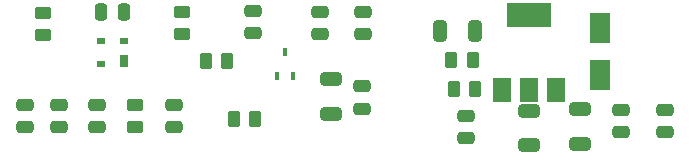
<source format=gtp>
G04 #@! TF.GenerationSoftware,KiCad,Pcbnew,(6.0.4)*
G04 #@! TF.CreationDate,2022-04-05T12:43:48+02:00*
G04 #@! TF.ProjectId,Sonda_w_cz,536f6e64-615f-4775-9f63-7a2e6b696361,rev?*
G04 #@! TF.SameCoordinates,Original*
G04 #@! TF.FileFunction,Paste,Top*
G04 #@! TF.FilePolarity,Positive*
%FSLAX46Y46*%
G04 Gerber Fmt 4.6, Leading zero omitted, Abs format (unit mm)*
G04 Created by KiCad (PCBNEW (6.0.4)) date 2022-04-05 12:43:48*
%MOMM*%
%LPD*%
G01*
G04 APERTURE LIST*
G04 Aperture macros list*
%AMRoundRect*
0 Rectangle with rounded corners*
0 $1 Rounding radius*
0 $2 $3 $4 $5 $6 $7 $8 $9 X,Y pos of 4 corners*
0 Add a 4 corners polygon primitive as box body*
4,1,4,$2,$3,$4,$5,$6,$7,$8,$9,$2,$3,0*
0 Add four circle primitives for the rounded corners*
1,1,$1+$1,$2,$3*
1,1,$1+$1,$4,$5*
1,1,$1+$1,$6,$7*
1,1,$1+$1,$8,$9*
0 Add four rect primitives between the rounded corners*
20,1,$1+$1,$2,$3,$4,$5,0*
20,1,$1+$1,$4,$5,$6,$7,0*
20,1,$1+$1,$6,$7,$8,$9,0*
20,1,$1+$1,$8,$9,$2,$3,0*%
G04 Aperture macros list end*
%ADD10RoundRect,0.250000X0.325000X0.650000X-0.325000X0.650000X-0.325000X-0.650000X0.325000X-0.650000X0*%
%ADD11RoundRect,0.250000X0.262500X0.450000X-0.262500X0.450000X-0.262500X-0.450000X0.262500X-0.450000X0*%
%ADD12RoundRect,0.250000X0.475000X-0.250000X0.475000X0.250000X-0.475000X0.250000X-0.475000X-0.250000X0*%
%ADD13R,1.500000X2.000000*%
%ADD14R,3.800000X2.000000*%
%ADD15RoundRect,0.250000X-0.475000X0.250000X-0.475000X-0.250000X0.475000X-0.250000X0.475000X0.250000X0*%
%ADD16RoundRect,0.250000X0.450000X-0.262500X0.450000X0.262500X-0.450000X0.262500X-0.450000X-0.262500X0*%
%ADD17R,0.700000X1.000000*%
%ADD18R,0.700000X0.600000*%
%ADD19RoundRect,0.250000X-0.650000X0.325000X-0.650000X-0.325000X0.650000X-0.325000X0.650000X0.325000X0*%
%ADD20RoundRect,0.250000X0.250000X0.475000X-0.250000X0.475000X-0.250000X-0.475000X0.250000X-0.475000X0*%
%ADD21RoundRect,0.250000X-0.450000X0.262500X-0.450000X-0.262500X0.450000X-0.262500X0.450000X0.262500X0*%
%ADD22RoundRect,0.250000X-0.262500X-0.450000X0.262500X-0.450000X0.262500X0.450000X-0.262500X0.450000X0*%
%ADD23R,0.450000X0.700000*%
%ADD24R,1.800000X2.500000*%
G04 APERTURE END LIST*
D10*
G04 #@! TO.C,C7*
X100075000Y-95800000D03*
X97125000Y-95800000D03*
G04 #@! TD*
D11*
G04 #@! TO.C,R5*
X79112500Y-98300000D03*
X77287500Y-98300000D03*
G04 #@! TD*
D12*
G04 #@! TO.C,C11*
X87000000Y-96050000D03*
X87000000Y-94150000D03*
G04 #@! TD*
D13*
G04 #@! TO.C,U1*
X102400000Y-100750000D03*
D14*
X104700000Y-94450000D03*
D13*
X104700000Y-100750000D03*
X107000000Y-100750000D03*
G04 #@! TD*
D15*
G04 #@! TO.C,C17*
X74600000Y-102050000D03*
X74600000Y-103950000D03*
G04 #@! TD*
G04 #@! TO.C,C8*
X62000000Y-102050000D03*
X62000000Y-103950000D03*
G04 #@! TD*
D16*
G04 #@! TO.C,R4*
X75300000Y-96012500D03*
X75300000Y-94187500D03*
G04 #@! TD*
D17*
G04 #@! TO.C,Q1*
X70400000Y-98350000D03*
D18*
X70400000Y-96650000D03*
X68400000Y-96650000D03*
X68400000Y-98550000D03*
G04 #@! TD*
D15*
G04 #@! TO.C,C1*
X116200000Y-102450000D03*
X116200000Y-104350000D03*
G04 #@! TD*
D19*
G04 #@! TO.C,C18*
X87900000Y-99825000D03*
X87900000Y-102775000D03*
G04 #@! TD*
D20*
G04 #@! TO.C,C12*
X70350000Y-94200000D03*
X68450000Y-94200000D03*
G04 #@! TD*
D15*
G04 #@! TO.C,C5*
X99300000Y-102950000D03*
X99300000Y-104850000D03*
G04 #@! TD*
D19*
G04 #@! TO.C,C2*
X109000000Y-102425000D03*
X109000000Y-105375000D03*
G04 #@! TD*
D12*
G04 #@! TO.C,C10*
X81300000Y-95950000D03*
X81300000Y-94050000D03*
G04 #@! TD*
D11*
G04 #@! TO.C,R2*
X99912500Y-98200000D03*
X98087500Y-98200000D03*
G04 #@! TD*
D12*
G04 #@! TO.C,C4*
X90600000Y-96050000D03*
X90600000Y-94150000D03*
G04 #@! TD*
D21*
G04 #@! TO.C,R8*
X63500000Y-94287500D03*
X63500000Y-96112500D03*
G04 #@! TD*
D22*
G04 #@! TO.C,R9*
X79687500Y-103200000D03*
X81512500Y-103200000D03*
G04 #@! TD*
G04 #@! TO.C,R1*
X98287500Y-100700000D03*
X100112500Y-100700000D03*
G04 #@! TD*
D15*
G04 #@! TO.C,C16*
X90500000Y-100450000D03*
X90500000Y-102350000D03*
G04 #@! TD*
G04 #@! TO.C,C14*
X68100000Y-102050000D03*
X68100000Y-103950000D03*
G04 #@! TD*
D16*
G04 #@! TO.C,R7*
X71300000Y-103912500D03*
X71300000Y-102087500D03*
G04 #@! TD*
D19*
G04 #@! TO.C,C6*
X104700000Y-102525000D03*
X104700000Y-105475000D03*
G04 #@! TD*
D15*
G04 #@! TO.C,C15*
X64900000Y-102050000D03*
X64900000Y-103950000D03*
G04 #@! TD*
G04 #@! TO.C,C3*
X112500000Y-102450000D03*
X112500000Y-104350000D03*
G04 #@! TD*
D23*
G04 #@! TO.C,Q2*
X83350000Y-99600000D03*
X84650000Y-99600000D03*
X84000000Y-97600000D03*
G04 #@! TD*
D24*
G04 #@! TO.C,D1*
X110700000Y-99500000D03*
X110700000Y-95500000D03*
G04 #@! TD*
M02*

</source>
